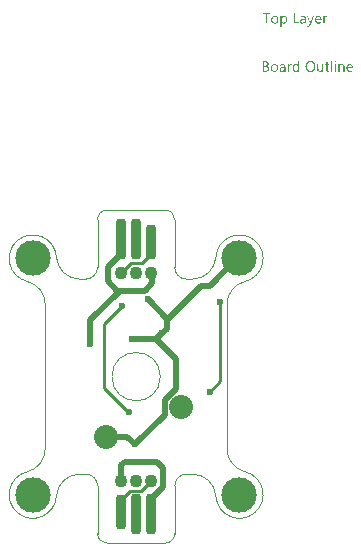
<source format=gtl>
G04*
G04 #@! TF.GenerationSoftware,Altium Limited,Altium Designer,21.8.1 (53)*
G04*
G04 Layer_Physical_Order=1*
G04 Layer_Color=255*
%FSAX25Y25*%
%MOIN*%
G70*
G04*
G04 #@! TF.SameCoordinates,905CEB84-E458-47E2-99EE-E5A9494BEB7C*
G04*
G04*
G04 #@! TF.FilePolarity,Positive*
G04*
G01*
G75*
%ADD10C,0.00394*%
G04:AMPARAMS|DCode=11|XSize=35.43mil|YSize=135.83mil|CornerRadius=13.82mil|HoleSize=0mil|Usage=FLASHONLY|Rotation=0.000|XOffset=0mil|YOffset=0mil|HoleType=Round|Shape=RoundedRectangle|*
%AMROUNDEDRECTD11*
21,1,0.03543,0.10819,0,0,0.0*
21,1,0.00780,0.13583,0,0,0.0*
1,1,0.02764,0.00390,-0.05409*
1,1,0.02764,-0.00390,-0.05409*
1,1,0.02764,-0.00390,0.05409*
1,1,0.02764,0.00390,0.05409*
%
%ADD11ROUNDEDRECTD11*%
G04:AMPARAMS|DCode=12|XSize=35.43mil|YSize=116.14mil|CornerRadius=13.82mil|HoleSize=0mil|Usage=FLASHONLY|Rotation=0.000|XOffset=0mil|YOffset=0mil|HoleType=Round|Shape=RoundedRectangle|*
%AMROUNDEDRECTD12*
21,1,0.03543,0.08850,0,0,0.0*
21,1,0.00780,0.11614,0,0,0.0*
1,1,0.02764,0.00390,-0.04425*
1,1,0.02764,-0.00390,-0.04425*
1,1,0.02764,-0.00390,0.04425*
1,1,0.02764,0.00390,0.04425*
%
%ADD12ROUNDEDRECTD12*%
%ADD15C,0.04331*%
%ADD17C,0.01968*%
%ADD18C,0.00984*%
%ADD19C,0.00787*%
%ADD20C,0.08000*%
%ADD21C,0.11811*%
%ADD22C,0.02362*%
G36*
X0049467Y0152761D02*
X0049510Y0152754D01*
X0049553Y0152748D01*
X0049665Y0152724D01*
X0049789Y0152686D01*
X0049912Y0152624D01*
X0049974Y0152587D01*
X0050036Y0152538D01*
X0050092Y0152488D01*
X0050148Y0152426D01*
X0050154Y0152420D01*
X0050160Y0152414D01*
X0050172Y0152389D01*
X0050191Y0152365D01*
X0050209Y0152334D01*
X0050234Y0152290D01*
X0050259Y0152241D01*
X0050284Y0152191D01*
X0050309Y0152129D01*
X0050333Y0152061D01*
X0050358Y0151987D01*
X0050377Y0151907D01*
X0050408Y0151727D01*
X0050420Y0151628D01*
Y0151523D01*
Y0151516D01*
Y0151498D01*
Y0151461D01*
X0050414Y0151418D01*
Y0151368D01*
X0050401Y0151306D01*
X0050395Y0151238D01*
X0050383Y0151164D01*
X0050346Y0151003D01*
X0050290Y0150836D01*
X0050253Y0150755D01*
X0050216Y0150675D01*
X0050166Y0150594D01*
X0050111Y0150520D01*
X0050104Y0150514D01*
X0050098Y0150501D01*
X0050080Y0150483D01*
X0050055Y0150464D01*
X0050024Y0150433D01*
X0049987Y0150402D01*
X0049943Y0150365D01*
X0049894Y0150334D01*
X0049838Y0150297D01*
X0049776Y0150260D01*
X0049628Y0150204D01*
X0049547Y0150180D01*
X0049467Y0150161D01*
X0049374Y0150148D01*
X0049275Y0150142D01*
X0049225D01*
X0049194Y0150148D01*
X0049151Y0150155D01*
X0049108Y0150167D01*
X0048996Y0150192D01*
X0048879Y0150241D01*
X0048811Y0150278D01*
X0048749Y0150316D01*
X0048687Y0150365D01*
X0048631Y0150421D01*
X0048569Y0150483D01*
X0048520Y0150557D01*
X0048507D01*
Y0149047D01*
X0048105D01*
Y0152711D01*
X0048507D01*
Y0152266D01*
X0048520D01*
X0048526Y0152272D01*
X0048532Y0152290D01*
X0048551Y0152315D01*
X0048575Y0152346D01*
X0048606Y0152383D01*
X0048643Y0152426D01*
X0048687Y0152470D01*
X0048742Y0152519D01*
X0048798Y0152563D01*
X0048860Y0152606D01*
X0048934Y0152649D01*
X0049009Y0152686D01*
X0049095Y0152724D01*
X0049188Y0152748D01*
X0049281Y0152761D01*
X0049386Y0152767D01*
X0049436D01*
X0049467Y0152761D01*
D02*
G37*
G36*
X0063580Y0152748D02*
X0063654Y0152742D01*
X0063697Y0152730D01*
X0063728Y0152717D01*
Y0152303D01*
X0063722Y0152309D01*
X0063710Y0152315D01*
X0063685Y0152327D01*
X0063654Y0152346D01*
X0063611Y0152358D01*
X0063555Y0152371D01*
X0063493Y0152377D01*
X0063425Y0152383D01*
X0063413D01*
X0063382Y0152377D01*
X0063332Y0152371D01*
X0063277Y0152352D01*
X0063202Y0152321D01*
X0063134Y0152278D01*
X0063060Y0152216D01*
X0062992Y0152136D01*
X0062986Y0152123D01*
X0062967Y0152092D01*
X0062936Y0152036D01*
X0062905Y0151962D01*
X0062874Y0151869D01*
X0062843Y0151752D01*
X0062825Y0151622D01*
X0062818Y0151473D01*
Y0150198D01*
X0062416D01*
Y0152711D01*
X0062818D01*
Y0152191D01*
X0062831D01*
Y0152197D01*
X0062837Y0152204D01*
X0062849Y0152235D01*
X0062868Y0152284D01*
X0062899Y0152346D01*
X0062930Y0152408D01*
X0062980Y0152476D01*
X0063029Y0152544D01*
X0063091Y0152606D01*
X0063097Y0152612D01*
X0063122Y0152631D01*
X0063159Y0152655D01*
X0063209Y0152680D01*
X0063264Y0152705D01*
X0063332Y0152730D01*
X0063407Y0152748D01*
X0063487Y0152754D01*
X0063543D01*
X0063580Y0152748D01*
D02*
G37*
G36*
X0058201Y0149796D02*
X0058195Y0149790D01*
X0058188Y0149765D01*
X0058170Y0149721D01*
X0058145Y0149672D01*
X0058114Y0149616D01*
X0058071Y0149548D01*
X0058027Y0149480D01*
X0057978Y0149406D01*
X0057916Y0149331D01*
X0057854Y0149263D01*
X0057780Y0149195D01*
X0057699Y0149140D01*
X0057619Y0149090D01*
X0057526Y0149047D01*
X0057433Y0149022D01*
X0057328Y0149016D01*
X0057272D01*
X0057235Y0149022D01*
X0057155Y0149034D01*
X0057068Y0149053D01*
Y0149412D01*
X0057074D01*
X0057093Y0149406D01*
X0057117Y0149399D01*
X0057148Y0149393D01*
X0057223Y0149375D01*
X0057303Y0149369D01*
X0057316D01*
X0057353Y0149375D01*
X0057408Y0149387D01*
X0057477Y0149412D01*
X0057551Y0149455D01*
X0057588Y0149486D01*
X0057625Y0149523D01*
X0057662Y0149560D01*
X0057699Y0149610D01*
X0057730Y0149666D01*
X0057761Y0149728D01*
X0057966Y0150198D01*
X0056981Y0152711D01*
X0057427D01*
X0058108Y0150774D01*
Y0150768D01*
X0058114Y0150755D01*
X0058120Y0150737D01*
X0058126Y0150712D01*
X0058133Y0150675D01*
X0058145Y0150637D01*
X0058157Y0150582D01*
X0058176D01*
Y0150594D01*
X0058188Y0150631D01*
X0058201Y0150687D01*
X0058226Y0150768D01*
X0058937Y0152711D01*
X0059352D01*
X0058201Y0149796D01*
D02*
G37*
G36*
X0055793Y0152761D02*
X0055849Y0152754D01*
X0055917Y0152736D01*
X0055991Y0152717D01*
X0056071Y0152686D01*
X0056158Y0152649D01*
X0056239Y0152600D01*
X0056319Y0152538D01*
X0056393Y0152464D01*
X0056461Y0152371D01*
X0056517Y0152266D01*
X0056560Y0152142D01*
X0056585Y0151999D01*
X0056598Y0151832D01*
Y0150198D01*
X0056195D01*
Y0150588D01*
X0056183D01*
Y0150582D01*
X0056170Y0150569D01*
X0056158Y0150545D01*
X0056133Y0150520D01*
X0056071Y0150446D01*
X0055991Y0150365D01*
X0055879Y0150285D01*
X0055749Y0150210D01*
X0055669Y0150186D01*
X0055589Y0150161D01*
X0055502Y0150148D01*
X0055409Y0150142D01*
X0055372D01*
X0055347Y0150148D01*
X0055279Y0150155D01*
X0055199Y0150167D01*
X0055100Y0150192D01*
X0055007Y0150223D01*
X0054908Y0150272D01*
X0054821Y0150334D01*
X0054815Y0150347D01*
X0054790Y0150371D01*
X0054753Y0150415D01*
X0054716Y0150477D01*
X0054679Y0150551D01*
X0054641Y0150637D01*
X0054617Y0150743D01*
X0054611Y0150860D01*
Y0150867D01*
Y0150891D01*
X0054617Y0150928D01*
X0054623Y0150972D01*
X0054635Y0151028D01*
X0054654Y0151089D01*
X0054679Y0151157D01*
X0054716Y0151226D01*
X0054759Y0151300D01*
X0054815Y0151374D01*
X0054883Y0151442D01*
X0054963Y0151504D01*
X0055056Y0151566D01*
X0055168Y0151616D01*
X0055291Y0151653D01*
X0055440Y0151684D01*
X0056195Y0151789D01*
Y0151795D01*
Y0151814D01*
X0056189Y0151851D01*
Y0151888D01*
X0056177Y0151937D01*
X0056170Y0151993D01*
X0056133Y0152111D01*
X0056102Y0152166D01*
X0056071Y0152222D01*
X0056028Y0152278D01*
X0055979Y0152327D01*
X0055917Y0152371D01*
X0055849Y0152402D01*
X0055768Y0152420D01*
X0055675Y0152426D01*
X0055632D01*
X0055601Y0152420D01*
X0055558D01*
X0055514Y0152408D01*
X0055403Y0152389D01*
X0055279Y0152352D01*
X0055143Y0152296D01*
X0055069Y0152259D01*
X0055001Y0152222D01*
X0054926Y0152173D01*
X0054858Y0152117D01*
Y0152532D01*
X0054864D01*
X0054877Y0152544D01*
X0054895Y0152556D01*
X0054926Y0152569D01*
X0054957Y0152587D01*
X0055001Y0152606D01*
X0055050Y0152624D01*
X0055106Y0152649D01*
X0055230Y0152693D01*
X0055378Y0152730D01*
X0055539Y0152754D01*
X0055712Y0152767D01*
X0055749D01*
X0055793Y0152761D01*
D02*
G37*
G36*
X0052902Y0150569D02*
X0054313D01*
Y0150198D01*
X0052487D01*
Y0153714D01*
X0052902D01*
Y0150569D01*
D02*
G37*
G36*
X0044663Y0153343D02*
X0043648D01*
Y0150198D01*
X0043240D01*
Y0153343D01*
X0042224D01*
Y0153714D01*
X0044663D01*
Y0153343D01*
D02*
G37*
G36*
X0060856Y0152761D02*
X0060900Y0152754D01*
X0060943Y0152748D01*
X0061054Y0152730D01*
X0061178Y0152686D01*
X0061302Y0152631D01*
X0061364Y0152594D01*
X0061426Y0152550D01*
X0061481Y0152501D01*
X0061537Y0152445D01*
X0061543Y0152439D01*
X0061550Y0152433D01*
X0061562Y0152414D01*
X0061580Y0152389D01*
X0061599Y0152352D01*
X0061624Y0152315D01*
X0061649Y0152272D01*
X0061673Y0152216D01*
X0061698Y0152154D01*
X0061723Y0152092D01*
X0061748Y0152018D01*
X0061766Y0151937D01*
X0061785Y0151851D01*
X0061797Y0151764D01*
X0061810Y0151665D01*
Y0151560D01*
Y0151349D01*
X0060033D01*
Y0151343D01*
Y0151331D01*
Y0151312D01*
X0060039Y0151281D01*
X0060045Y0151244D01*
Y0151207D01*
X0060064Y0151108D01*
X0060095Y0151009D01*
X0060132Y0150898D01*
X0060188Y0150792D01*
X0060256Y0150699D01*
X0060268Y0150687D01*
X0060293Y0150662D01*
X0060343Y0150631D01*
X0060411Y0150588D01*
X0060497Y0150545D01*
X0060596Y0150514D01*
X0060714Y0150489D01*
X0060850Y0150477D01*
X0060893D01*
X0060924Y0150483D01*
X0060962D01*
X0061005Y0150489D01*
X0061110Y0150514D01*
X0061228Y0150545D01*
X0061358Y0150594D01*
X0061494Y0150662D01*
X0061562Y0150706D01*
X0061630Y0150755D01*
Y0150378D01*
X0061624D01*
X0061618Y0150365D01*
X0061599Y0150359D01*
X0061568Y0150340D01*
X0061537Y0150322D01*
X0061500Y0150303D01*
X0061450Y0150285D01*
X0061401Y0150260D01*
X0061339Y0150235D01*
X0061271Y0150217D01*
X0061123Y0150180D01*
X0060949Y0150155D01*
X0060757Y0150142D01*
X0060708D01*
X0060671Y0150148D01*
X0060627Y0150155D01*
X0060572Y0150161D01*
X0060454Y0150186D01*
X0060318Y0150223D01*
X0060182Y0150285D01*
X0060114Y0150328D01*
X0060045Y0150371D01*
X0059983Y0150421D01*
X0059922Y0150483D01*
X0059915Y0150489D01*
X0059909Y0150501D01*
X0059897Y0150520D01*
X0059872Y0150545D01*
X0059854Y0150582D01*
X0059829Y0150625D01*
X0059798Y0150675D01*
X0059773Y0150730D01*
X0059742Y0150792D01*
X0059717Y0150867D01*
X0059686Y0150947D01*
X0059668Y0151034D01*
X0059649Y0151127D01*
X0059631Y0151226D01*
X0059624Y0151331D01*
X0059618Y0151442D01*
Y0151448D01*
Y0151467D01*
Y0151498D01*
X0059624Y0151541D01*
X0059631Y0151591D01*
X0059637Y0151646D01*
X0059643Y0151715D01*
X0059662Y0151783D01*
X0059699Y0151931D01*
X0059755Y0152092D01*
X0059792Y0152173D01*
X0059841Y0152247D01*
X0059891Y0152327D01*
X0059946Y0152395D01*
X0059953Y0152402D01*
X0059965Y0152414D01*
X0059983Y0152433D01*
X0060008Y0152451D01*
X0060039Y0152482D01*
X0060076Y0152513D01*
X0060126Y0152544D01*
X0060175Y0152581D01*
X0060293Y0152649D01*
X0060435Y0152711D01*
X0060516Y0152730D01*
X0060596Y0152748D01*
X0060683Y0152761D01*
X0060776Y0152767D01*
X0060825D01*
X0060856Y0152761D01*
D02*
G37*
G36*
X0046365D02*
X0046409Y0152754D01*
X0046465Y0152748D01*
X0046588Y0152724D01*
X0046731Y0152680D01*
X0046873Y0152618D01*
X0046947Y0152581D01*
X0047016Y0152538D01*
X0047084Y0152482D01*
X0047145Y0152420D01*
X0047152Y0152414D01*
X0047158Y0152402D01*
X0047176Y0152383D01*
X0047195Y0152358D01*
X0047220Y0152321D01*
X0047245Y0152278D01*
X0047275Y0152228D01*
X0047306Y0152173D01*
X0047331Y0152105D01*
X0047362Y0152036D01*
X0047387Y0151956D01*
X0047412Y0151869D01*
X0047430Y0151777D01*
X0047449Y0151678D01*
X0047455Y0151572D01*
X0047461Y0151461D01*
Y0151455D01*
Y0151436D01*
Y0151405D01*
X0047455Y0151362D01*
X0047449Y0151312D01*
X0047443Y0151250D01*
X0047430Y0151188D01*
X0047418Y0151114D01*
X0047381Y0150966D01*
X0047319Y0150805D01*
X0047282Y0150724D01*
X0047232Y0150644D01*
X0047183Y0150569D01*
X0047121Y0150501D01*
X0047115Y0150495D01*
X0047102Y0150489D01*
X0047084Y0150470D01*
X0047059Y0150446D01*
X0047022Y0150421D01*
X0046984Y0150390D01*
X0046935Y0150353D01*
X0046879Y0150322D01*
X0046817Y0150291D01*
X0046749Y0150254D01*
X0046675Y0150223D01*
X0046595Y0150198D01*
X0046508Y0150173D01*
X0046415Y0150161D01*
X0046316Y0150148D01*
X0046211Y0150142D01*
X0046155D01*
X0046118Y0150148D01*
X0046075Y0150155D01*
X0046019Y0150161D01*
X0045957Y0150173D01*
X0045889Y0150186D01*
X0045746Y0150229D01*
X0045598Y0150291D01*
X0045524Y0150328D01*
X0045456Y0150378D01*
X0045388Y0150427D01*
X0045319Y0150489D01*
X0045313Y0150495D01*
X0045307Y0150507D01*
X0045289Y0150526D01*
X0045270Y0150551D01*
X0045245Y0150588D01*
X0045214Y0150631D01*
X0045183Y0150681D01*
X0045158Y0150737D01*
X0045127Y0150805D01*
X0045097Y0150873D01*
X0045066Y0150947D01*
X0045041Y0151034D01*
X0045004Y0151219D01*
X0044998Y0151318D01*
X0044991Y0151424D01*
Y0151430D01*
Y0151455D01*
Y0151486D01*
X0044998Y0151529D01*
X0045004Y0151578D01*
X0045010Y0151640D01*
X0045022Y0151708D01*
X0045035Y0151783D01*
X0045072Y0151944D01*
X0045134Y0152105D01*
X0045177Y0152185D01*
X0045220Y0152266D01*
X0045270Y0152340D01*
X0045332Y0152408D01*
X0045338Y0152414D01*
X0045350Y0152426D01*
X0045369Y0152439D01*
X0045394Y0152464D01*
X0045431Y0152488D01*
X0045474Y0152519D01*
X0045524Y0152556D01*
X0045579Y0152587D01*
X0045641Y0152618D01*
X0045716Y0152655D01*
X0045790Y0152686D01*
X0045877Y0152711D01*
X0045963Y0152736D01*
X0046062Y0152754D01*
X0046167Y0152761D01*
X0046273Y0152767D01*
X0046328D01*
X0046365Y0152761D01*
D02*
G37*
G36*
X0066434Y0137775D02*
X0066458D01*
X0066514Y0137751D01*
X0066545Y0137732D01*
X0066576Y0137707D01*
X0066582Y0137701D01*
X0066588Y0137695D01*
X0066619Y0137658D01*
X0066644Y0137596D01*
X0066650Y0137559D01*
X0066656Y0137522D01*
Y0137515D01*
Y0137503D01*
X0066650Y0137484D01*
X0066644Y0137460D01*
X0066625Y0137398D01*
X0066601Y0137367D01*
X0066576Y0137336D01*
X0066570D01*
X0066563Y0137323D01*
X0066526Y0137299D01*
X0066471Y0137274D01*
X0066434Y0137268D01*
X0066396Y0137262D01*
X0066378D01*
X0066359Y0137268D01*
X0066334D01*
X0066273Y0137293D01*
X0066242Y0137305D01*
X0066211Y0137330D01*
Y0137336D01*
X0066198Y0137342D01*
X0066186Y0137361D01*
X0066173Y0137379D01*
X0066149Y0137441D01*
X0066143Y0137478D01*
X0066136Y0137522D01*
Y0137528D01*
Y0137540D01*
X0066143Y0137559D01*
X0066149Y0137590D01*
X0066167Y0137645D01*
X0066186Y0137676D01*
X0066211Y0137707D01*
X0066217Y0137713D01*
X0066223Y0137720D01*
X0066260Y0137744D01*
X0066322Y0137769D01*
X0066359Y0137782D01*
X0066415D01*
X0066434Y0137775D01*
D02*
G37*
G36*
X0054444Y0134111D02*
X0054041D01*
Y0134532D01*
X0054029D01*
Y0134526D01*
X0054016Y0134513D01*
X0053998Y0134488D01*
X0053979Y0134458D01*
X0053948Y0134420D01*
X0053911Y0134383D01*
X0053868Y0134340D01*
X0053818Y0134297D01*
X0053763Y0134247D01*
X0053694Y0134204D01*
X0053626Y0134167D01*
X0053546Y0134129D01*
X0053465Y0134098D01*
X0053373Y0134074D01*
X0053274Y0134061D01*
X0053168Y0134055D01*
X0053125D01*
X0053088Y0134061D01*
X0053051Y0134067D01*
X0053001Y0134074D01*
X0052896Y0134098D01*
X0052772Y0134136D01*
X0052648Y0134197D01*
X0052580Y0134235D01*
X0052525Y0134278D01*
X0052463Y0134334D01*
X0052407Y0134389D01*
Y0134396D01*
X0052395Y0134408D01*
X0052382Y0134426D01*
X0052364Y0134451D01*
X0052345Y0134482D01*
X0052320Y0134526D01*
X0052296Y0134575D01*
X0052271Y0134631D01*
X0052240Y0134693D01*
X0052215Y0134761D01*
X0052190Y0134835D01*
X0052172Y0134915D01*
X0052153Y0135002D01*
X0052141Y0135101D01*
X0052135Y0135200D01*
X0052128Y0135306D01*
Y0135312D01*
Y0135330D01*
Y0135367D01*
X0052135Y0135411D01*
X0052141Y0135460D01*
X0052147Y0135522D01*
X0052153Y0135590D01*
X0052166Y0135664D01*
X0052203Y0135826D01*
X0052258Y0135993D01*
X0052296Y0136073D01*
X0052339Y0136153D01*
X0052382Y0136228D01*
X0052438Y0136302D01*
X0052444Y0136308D01*
X0052450Y0136321D01*
X0052469Y0136339D01*
X0052494Y0136364D01*
X0052525Y0136389D01*
X0052568Y0136420D01*
X0052611Y0136457D01*
X0052661Y0136494D01*
X0052785Y0136562D01*
X0052927Y0136624D01*
X0053007Y0136643D01*
X0053094Y0136661D01*
X0053181Y0136673D01*
X0053280Y0136680D01*
X0053329D01*
X0053366Y0136673D01*
X0053404Y0136667D01*
X0053453Y0136661D01*
X0053565Y0136630D01*
X0053688Y0136581D01*
X0053750Y0136550D01*
X0053812Y0136506D01*
X0053874Y0136463D01*
X0053930Y0136407D01*
X0053979Y0136345D01*
X0054029Y0136271D01*
X0054041D01*
Y0137831D01*
X0054444D01*
Y0134111D01*
D02*
G37*
G36*
X0068711Y0136673D02*
X0068786Y0136667D01*
X0068879Y0136649D01*
X0068978Y0136618D01*
X0069083Y0136568D01*
X0069188Y0136500D01*
X0069231Y0136463D01*
X0069275Y0136414D01*
X0069287Y0136401D01*
X0069312Y0136364D01*
X0069343Y0136302D01*
X0069386Y0136215D01*
X0069423Y0136110D01*
X0069460Y0135980D01*
X0069485Y0135826D01*
X0069491Y0135646D01*
Y0134111D01*
X0069089D01*
Y0135541D01*
Y0135547D01*
Y0135578D01*
X0069083Y0135615D01*
Y0135664D01*
X0069070Y0135726D01*
X0069058Y0135794D01*
X0069039Y0135869D01*
X0069015Y0135943D01*
X0068984Y0136017D01*
X0068947Y0136085D01*
X0068897Y0136153D01*
X0068841Y0136215D01*
X0068779Y0136265D01*
X0068699Y0136302D01*
X0068612Y0136333D01*
X0068507Y0136339D01*
X0068495D01*
X0068458Y0136333D01*
X0068402Y0136327D01*
X0068334Y0136308D01*
X0068253Y0136284D01*
X0068167Y0136240D01*
X0068086Y0136185D01*
X0068006Y0136110D01*
X0068000Y0136098D01*
X0067975Y0136073D01*
X0067944Y0136024D01*
X0067907Y0135956D01*
X0067870Y0135875D01*
X0067839Y0135776D01*
X0067814Y0135664D01*
X0067808Y0135541D01*
Y0134111D01*
X0067405D01*
Y0136624D01*
X0067808D01*
Y0136203D01*
X0067820D01*
X0067826Y0136209D01*
X0067832Y0136222D01*
X0067851Y0136246D01*
X0067876Y0136277D01*
X0067901Y0136314D01*
X0067938Y0136352D01*
X0067981Y0136395D01*
X0068031Y0136444D01*
X0068086Y0136488D01*
X0068148Y0136531D01*
X0068216Y0136568D01*
X0068291Y0136605D01*
X0068365Y0136636D01*
X0068451Y0136661D01*
X0068544Y0136673D01*
X0068643Y0136680D01*
X0068681D01*
X0068711Y0136673D01*
D02*
G37*
G36*
X0051714Y0136661D02*
X0051788Y0136655D01*
X0051831Y0136643D01*
X0051862Y0136630D01*
Y0136215D01*
X0051856Y0136222D01*
X0051844Y0136228D01*
X0051819Y0136240D01*
X0051788Y0136259D01*
X0051745Y0136271D01*
X0051689Y0136284D01*
X0051627Y0136290D01*
X0051559Y0136296D01*
X0051547D01*
X0051516Y0136290D01*
X0051466Y0136284D01*
X0051410Y0136265D01*
X0051336Y0136234D01*
X0051268Y0136191D01*
X0051194Y0136129D01*
X0051126Y0136048D01*
X0051119Y0136036D01*
X0051101Y0136005D01*
X0051070Y0135949D01*
X0051039Y0135875D01*
X0051008Y0135782D01*
X0050977Y0135664D01*
X0050959Y0135535D01*
X0050952Y0135386D01*
Y0134111D01*
X0050550D01*
Y0136624D01*
X0050952D01*
Y0136104D01*
X0050965D01*
Y0136110D01*
X0050971Y0136116D01*
X0050983Y0136147D01*
X0051002Y0136197D01*
X0051033Y0136259D01*
X0051064Y0136321D01*
X0051113Y0136389D01*
X0051163Y0136457D01*
X0051225Y0136519D01*
X0051231Y0136525D01*
X0051256Y0136544D01*
X0051293Y0136568D01*
X0051342Y0136593D01*
X0051398Y0136618D01*
X0051466Y0136643D01*
X0051540Y0136661D01*
X0051621Y0136667D01*
X0051676D01*
X0051714Y0136661D01*
D02*
G37*
G36*
X0062453Y0134111D02*
X0062051D01*
Y0134507D01*
X0062039D01*
Y0134501D01*
X0062026Y0134488D01*
X0062014Y0134464D01*
X0061989Y0134439D01*
X0061933Y0134365D01*
X0061847Y0134284D01*
X0061797Y0134241D01*
X0061742Y0134197D01*
X0061680Y0134160D01*
X0061605Y0134123D01*
X0061531Y0134098D01*
X0061450Y0134074D01*
X0061358Y0134061D01*
X0061265Y0134055D01*
X0061228D01*
X0061184Y0134061D01*
X0061123Y0134074D01*
X0061054Y0134086D01*
X0060980Y0134111D01*
X0060900Y0134142D01*
X0060819Y0134191D01*
X0060733Y0134247D01*
X0060652Y0134315D01*
X0060578Y0134402D01*
X0060510Y0134507D01*
X0060448Y0134625D01*
X0060404Y0134767D01*
X0060380Y0134934D01*
X0060367Y0135021D01*
Y0135120D01*
Y0136624D01*
X0060764D01*
Y0135182D01*
Y0135176D01*
Y0135151D01*
X0060770Y0135107D01*
X0060776Y0135058D01*
X0060782Y0134996D01*
X0060794Y0134934D01*
X0060813Y0134860D01*
X0060838Y0134785D01*
X0060875Y0134711D01*
X0060912Y0134643D01*
X0060962Y0134575D01*
X0061023Y0134513D01*
X0061092Y0134464D01*
X0061172Y0134426D01*
X0061271Y0134396D01*
X0061376Y0134389D01*
X0061389D01*
X0061426Y0134396D01*
X0061481Y0134402D01*
X0061543Y0134414D01*
X0061624Y0134445D01*
X0061704Y0134482D01*
X0061785Y0134532D01*
X0061859Y0134606D01*
X0061865Y0134618D01*
X0061890Y0134643D01*
X0061921Y0134693D01*
X0061958Y0134761D01*
X0061989Y0134841D01*
X0062020Y0134940D01*
X0062045Y0135052D01*
X0062051Y0135176D01*
Y0136624D01*
X0062453D01*
Y0134111D01*
D02*
G37*
G36*
X0066588D02*
X0066186D01*
Y0136624D01*
X0066588D01*
Y0134111D01*
D02*
G37*
G36*
X0065369D02*
X0064966D01*
Y0137831D01*
X0065369D01*
Y0134111D01*
D02*
G37*
G36*
X0048990Y0136673D02*
X0049046Y0136667D01*
X0049114Y0136649D01*
X0049188Y0136630D01*
X0049269Y0136599D01*
X0049355Y0136562D01*
X0049436Y0136513D01*
X0049516Y0136451D01*
X0049591Y0136376D01*
X0049659Y0136284D01*
X0049714Y0136178D01*
X0049758Y0136055D01*
X0049782Y0135912D01*
X0049795Y0135745D01*
Y0134111D01*
X0049392D01*
Y0134501D01*
X0049380D01*
Y0134495D01*
X0049368Y0134482D01*
X0049355Y0134458D01*
X0049330Y0134433D01*
X0049269Y0134358D01*
X0049188Y0134278D01*
X0049077Y0134197D01*
X0048947Y0134123D01*
X0048866Y0134098D01*
X0048786Y0134074D01*
X0048699Y0134061D01*
X0048606Y0134055D01*
X0048569D01*
X0048544Y0134061D01*
X0048476Y0134067D01*
X0048396Y0134080D01*
X0048297Y0134105D01*
X0048204Y0134136D01*
X0048105Y0134185D01*
X0048018Y0134247D01*
X0048012Y0134259D01*
X0047987Y0134284D01*
X0047950Y0134327D01*
X0047913Y0134389D01*
X0047876Y0134464D01*
X0047839Y0134550D01*
X0047814Y0134656D01*
X0047808Y0134773D01*
Y0134779D01*
Y0134804D01*
X0047814Y0134841D01*
X0047820Y0134885D01*
X0047833Y0134940D01*
X0047851Y0135002D01*
X0047876Y0135070D01*
X0047913Y0135138D01*
X0047956Y0135213D01*
X0048012Y0135287D01*
X0048080Y0135355D01*
X0048161Y0135417D01*
X0048254Y0135479D01*
X0048365Y0135528D01*
X0048489Y0135565D01*
X0048637Y0135596D01*
X0049392Y0135702D01*
Y0135708D01*
Y0135726D01*
X0049386Y0135764D01*
Y0135801D01*
X0049374Y0135850D01*
X0049368Y0135906D01*
X0049330Y0136024D01*
X0049300Y0136079D01*
X0049269Y0136135D01*
X0049225Y0136191D01*
X0049176Y0136240D01*
X0049114Y0136284D01*
X0049046Y0136314D01*
X0048965Y0136333D01*
X0048873Y0136339D01*
X0048829D01*
X0048798Y0136333D01*
X0048755D01*
X0048711Y0136321D01*
X0048600Y0136302D01*
X0048476Y0136265D01*
X0048340Y0136209D01*
X0048266Y0136172D01*
X0048198Y0136135D01*
X0048123Y0136085D01*
X0048055Y0136030D01*
Y0136444D01*
X0048062D01*
X0048074Y0136457D01*
X0048092Y0136469D01*
X0048123Y0136482D01*
X0048154Y0136500D01*
X0048198Y0136519D01*
X0048247Y0136537D01*
X0048303Y0136562D01*
X0048427Y0136605D01*
X0048575Y0136643D01*
X0048736Y0136667D01*
X0048910Y0136680D01*
X0048947D01*
X0048990Y0136673D01*
D02*
G37*
G36*
X0043301Y0137621D02*
X0043345D01*
X0043388Y0137614D01*
X0043487Y0137602D01*
X0043605Y0137571D01*
X0043729Y0137534D01*
X0043846Y0137478D01*
X0043951Y0137404D01*
X0043958D01*
X0043964Y0137391D01*
X0043995Y0137367D01*
X0044038Y0137317D01*
X0044088Y0137249D01*
X0044131Y0137162D01*
X0044174Y0137064D01*
X0044205Y0136952D01*
X0044218Y0136890D01*
Y0136822D01*
Y0136816D01*
Y0136810D01*
Y0136773D01*
X0044211Y0136717D01*
X0044199Y0136649D01*
X0044180Y0136562D01*
X0044150Y0136475D01*
X0044112Y0136389D01*
X0044057Y0136302D01*
X0044050Y0136290D01*
X0044026Y0136265D01*
X0043988Y0136228D01*
X0043939Y0136178D01*
X0043877Y0136129D01*
X0043803Y0136073D01*
X0043710Y0136030D01*
X0043611Y0135986D01*
Y0135980D01*
X0043630D01*
X0043648Y0135974D01*
X0043667Y0135968D01*
X0043735Y0135956D01*
X0043815Y0135931D01*
X0043902Y0135894D01*
X0043995Y0135850D01*
X0044088Y0135788D01*
X0044174Y0135708D01*
X0044187Y0135696D01*
X0044211Y0135664D01*
X0044242Y0135621D01*
X0044286Y0135553D01*
X0044323Y0135467D01*
X0044360Y0135367D01*
X0044385Y0135250D01*
X0044391Y0135120D01*
Y0135114D01*
Y0135101D01*
Y0135076D01*
X0044385Y0135046D01*
X0044379Y0135008D01*
X0044372Y0134965D01*
X0044348Y0134860D01*
X0044310Y0134742D01*
X0044255Y0134618D01*
X0044218Y0134563D01*
X0044174Y0134501D01*
X0044118Y0134445D01*
X0044063Y0134389D01*
X0044057D01*
X0044050Y0134377D01*
X0044032Y0134365D01*
X0044007Y0134346D01*
X0043976Y0134327D01*
X0043933Y0134303D01*
X0043840Y0134253D01*
X0043722Y0134197D01*
X0043586Y0134154D01*
X0043425Y0134123D01*
X0043345Y0134117D01*
X0043252Y0134111D01*
X0042224D01*
Y0137627D01*
X0043270D01*
X0043301Y0137621D01*
D02*
G37*
G36*
X0063797Y0136624D02*
X0064434D01*
Y0136277D01*
X0063797D01*
Y0134860D01*
Y0134847D01*
Y0134817D01*
X0063803Y0134773D01*
X0063809Y0134718D01*
X0063834Y0134600D01*
X0063852Y0134544D01*
X0063883Y0134501D01*
X0063889Y0134495D01*
X0063902Y0134482D01*
X0063920Y0134470D01*
X0063951Y0134451D01*
X0063988Y0134426D01*
X0064038Y0134414D01*
X0064100Y0134402D01*
X0064168Y0134396D01*
X0064193D01*
X0064224Y0134402D01*
X0064261Y0134408D01*
X0064347Y0134433D01*
X0064391Y0134451D01*
X0064434Y0134476D01*
Y0134129D01*
X0064428D01*
X0064409Y0134117D01*
X0064378Y0134111D01*
X0064335Y0134098D01*
X0064279Y0134086D01*
X0064218Y0134074D01*
X0064143Y0134067D01*
X0064056Y0134061D01*
X0064026D01*
X0063995Y0134067D01*
X0063951Y0134074D01*
X0063902Y0134086D01*
X0063846Y0134098D01*
X0063790Y0134123D01*
X0063728Y0134154D01*
X0063667Y0134191D01*
X0063605Y0134241D01*
X0063549Y0134297D01*
X0063499Y0134371D01*
X0063456Y0134451D01*
X0063425Y0134550D01*
X0063400Y0134662D01*
X0063394Y0134792D01*
Y0136277D01*
X0062967D01*
Y0136624D01*
X0063394D01*
Y0137237D01*
X0063797Y0137367D01*
Y0136624D01*
D02*
G37*
G36*
X0071324Y0136673D02*
X0071367Y0136667D01*
X0071410Y0136661D01*
X0071522Y0136643D01*
X0071645Y0136599D01*
X0071769Y0136544D01*
X0071831Y0136506D01*
X0071893Y0136463D01*
X0071949Y0136414D01*
X0072004Y0136358D01*
X0072011Y0136352D01*
X0072017Y0136345D01*
X0072029Y0136327D01*
X0072048Y0136302D01*
X0072066Y0136265D01*
X0072091Y0136228D01*
X0072116Y0136185D01*
X0072141Y0136129D01*
X0072165Y0136067D01*
X0072190Y0136005D01*
X0072215Y0135931D01*
X0072233Y0135850D01*
X0072252Y0135764D01*
X0072264Y0135677D01*
X0072277Y0135578D01*
Y0135473D01*
Y0135262D01*
X0070500D01*
Y0135256D01*
Y0135244D01*
Y0135225D01*
X0070507Y0135194D01*
X0070513Y0135157D01*
Y0135120D01*
X0070531Y0135021D01*
X0070562Y0134922D01*
X0070599Y0134810D01*
X0070655Y0134705D01*
X0070723Y0134612D01*
X0070736Y0134600D01*
X0070760Y0134575D01*
X0070810Y0134544D01*
X0070878Y0134501D01*
X0070965Y0134458D01*
X0071064Y0134426D01*
X0071181Y0134402D01*
X0071317Y0134389D01*
X0071361D01*
X0071392Y0134396D01*
X0071429D01*
X0071472Y0134402D01*
X0071577Y0134426D01*
X0071695Y0134458D01*
X0071825Y0134507D01*
X0071961Y0134575D01*
X0072029Y0134618D01*
X0072097Y0134668D01*
Y0134290D01*
X0072091D01*
X0072085Y0134278D01*
X0072066Y0134272D01*
X0072035Y0134253D01*
X0072004Y0134235D01*
X0071967Y0134216D01*
X0071918Y0134197D01*
X0071868Y0134173D01*
X0071806Y0134148D01*
X0071738Y0134129D01*
X0071590Y0134092D01*
X0071416Y0134067D01*
X0071224Y0134055D01*
X0071175D01*
X0071138Y0134061D01*
X0071095Y0134067D01*
X0071039Y0134074D01*
X0070921Y0134098D01*
X0070785Y0134136D01*
X0070649Y0134197D01*
X0070581Y0134241D01*
X0070513Y0134284D01*
X0070451Y0134334D01*
X0070389Y0134396D01*
X0070383Y0134402D01*
X0070376Y0134414D01*
X0070364Y0134433D01*
X0070339Y0134458D01*
X0070321Y0134495D01*
X0070296Y0134538D01*
X0070265Y0134588D01*
X0070240Y0134643D01*
X0070209Y0134705D01*
X0070185Y0134779D01*
X0070154Y0134860D01*
X0070135Y0134947D01*
X0070117Y0135039D01*
X0070098Y0135138D01*
X0070092Y0135244D01*
X0070086Y0135355D01*
Y0135361D01*
Y0135380D01*
Y0135411D01*
X0070092Y0135454D01*
X0070098Y0135504D01*
X0070104Y0135559D01*
X0070110Y0135627D01*
X0070129Y0135696D01*
X0070166Y0135844D01*
X0070222Y0136005D01*
X0070259Y0136085D01*
X0070308Y0136160D01*
X0070358Y0136240D01*
X0070414Y0136308D01*
X0070420Y0136314D01*
X0070432Y0136327D01*
X0070451Y0136345D01*
X0070476Y0136364D01*
X0070507Y0136395D01*
X0070544Y0136426D01*
X0070593Y0136457D01*
X0070643Y0136494D01*
X0070760Y0136562D01*
X0070903Y0136624D01*
X0070983Y0136643D01*
X0071064Y0136661D01*
X0071150Y0136673D01*
X0071243Y0136680D01*
X0071293D01*
X0071324Y0136673D01*
D02*
G37*
G36*
X0058281Y0137682D02*
X0058343Y0137676D01*
X0058417Y0137664D01*
X0058498Y0137645D01*
X0058585Y0137627D01*
X0058671Y0137602D01*
X0058770Y0137571D01*
X0058863Y0137528D01*
X0058962Y0137478D01*
X0059061Y0137423D01*
X0059154Y0137354D01*
X0059247Y0137280D01*
X0059334Y0137194D01*
X0059340Y0137187D01*
X0059352Y0137169D01*
X0059377Y0137144D01*
X0059402Y0137107D01*
X0059439Y0137057D01*
X0059476Y0136995D01*
X0059513Y0136927D01*
X0059556Y0136853D01*
X0059600Y0136760D01*
X0059637Y0136667D01*
X0059674Y0136562D01*
X0059711Y0136444D01*
X0059736Y0136327D01*
X0059761Y0136197D01*
X0059773Y0136055D01*
X0059779Y0135912D01*
Y0135900D01*
Y0135875D01*
Y0135832D01*
X0059773Y0135770D01*
X0059767Y0135696D01*
X0059755Y0135615D01*
X0059742Y0135522D01*
X0059724Y0135417D01*
X0059699Y0135312D01*
X0059668Y0135200D01*
X0059631Y0135089D01*
X0059587Y0134977D01*
X0059532Y0134860D01*
X0059470Y0134755D01*
X0059402Y0134649D01*
X0059321Y0134550D01*
X0059315Y0134544D01*
X0059303Y0134532D01*
X0059272Y0134507D01*
X0059241Y0134476D01*
X0059191Y0134433D01*
X0059136Y0134396D01*
X0059074Y0134346D01*
X0058999Y0134303D01*
X0058919Y0134259D01*
X0058826Y0134210D01*
X0058727Y0134173D01*
X0058615Y0134136D01*
X0058498Y0134098D01*
X0058374Y0134074D01*
X0058244Y0134061D01*
X0058102Y0134055D01*
X0058071D01*
X0058027Y0134061D01*
X0057978D01*
X0057916Y0134067D01*
X0057842Y0134080D01*
X0057761Y0134098D01*
X0057668Y0134117D01*
X0057576Y0134142D01*
X0057477Y0134173D01*
X0057377Y0134216D01*
X0057279Y0134259D01*
X0057179Y0134315D01*
X0057080Y0134383D01*
X0056988Y0134458D01*
X0056901Y0134544D01*
X0056895Y0134550D01*
X0056882Y0134569D01*
X0056858Y0134594D01*
X0056833Y0134631D01*
X0056796Y0134680D01*
X0056758Y0134742D01*
X0056721Y0134810D01*
X0056678Y0134891D01*
X0056635Y0134977D01*
X0056598Y0135070D01*
X0056560Y0135176D01*
X0056523Y0135293D01*
X0056498Y0135411D01*
X0056474Y0135541D01*
X0056461Y0135683D01*
X0056455Y0135826D01*
Y0135838D01*
Y0135863D01*
X0056461Y0135906D01*
Y0135968D01*
X0056468Y0136036D01*
X0056480Y0136123D01*
X0056492Y0136215D01*
X0056511Y0136314D01*
X0056536Y0136420D01*
X0056567Y0136531D01*
X0056604Y0136643D01*
X0056647Y0136754D01*
X0056703Y0136865D01*
X0056765Y0136977D01*
X0056833Y0137082D01*
X0056913Y0137181D01*
X0056919Y0137187D01*
X0056932Y0137206D01*
X0056963Y0137231D01*
X0057000Y0137262D01*
X0057043Y0137299D01*
X0057099Y0137342D01*
X0057167Y0137385D01*
X0057241Y0137435D01*
X0057328Y0137484D01*
X0057421Y0137528D01*
X0057520Y0137571D01*
X0057631Y0137608D01*
X0057755Y0137639D01*
X0057885Y0137670D01*
X0058021Y0137682D01*
X0058164Y0137689D01*
X0058232D01*
X0058281Y0137682D01*
D02*
G37*
G36*
X0046254Y0136673D02*
X0046297Y0136667D01*
X0046353Y0136661D01*
X0046477Y0136636D01*
X0046619Y0136593D01*
X0046762Y0136531D01*
X0046836Y0136494D01*
X0046904Y0136451D01*
X0046972Y0136395D01*
X0047034Y0136333D01*
X0047040Y0136327D01*
X0047046Y0136314D01*
X0047065Y0136296D01*
X0047084Y0136271D01*
X0047108Y0136234D01*
X0047133Y0136191D01*
X0047164Y0136141D01*
X0047195Y0136085D01*
X0047220Y0136017D01*
X0047251Y0135949D01*
X0047275Y0135869D01*
X0047300Y0135782D01*
X0047319Y0135689D01*
X0047337Y0135590D01*
X0047344Y0135485D01*
X0047350Y0135374D01*
Y0135367D01*
Y0135349D01*
Y0135318D01*
X0047344Y0135275D01*
X0047337Y0135225D01*
X0047331Y0135163D01*
X0047319Y0135101D01*
X0047306Y0135027D01*
X0047269Y0134878D01*
X0047207Y0134718D01*
X0047170Y0134637D01*
X0047121Y0134556D01*
X0047071Y0134482D01*
X0047009Y0134414D01*
X0047003Y0134408D01*
X0046991Y0134402D01*
X0046972Y0134383D01*
X0046947Y0134358D01*
X0046910Y0134334D01*
X0046873Y0134303D01*
X0046824Y0134266D01*
X0046768Y0134235D01*
X0046706Y0134204D01*
X0046638Y0134167D01*
X0046564Y0134136D01*
X0046483Y0134111D01*
X0046396Y0134086D01*
X0046304Y0134074D01*
X0046205Y0134061D01*
X0046099Y0134055D01*
X0046044D01*
X0046007Y0134061D01*
X0045963Y0134067D01*
X0045908Y0134074D01*
X0045845Y0134086D01*
X0045777Y0134098D01*
X0045635Y0134142D01*
X0045487Y0134204D01*
X0045412Y0134241D01*
X0045344Y0134290D01*
X0045276Y0134340D01*
X0045208Y0134402D01*
X0045202Y0134408D01*
X0045196Y0134420D01*
X0045177Y0134439D01*
X0045158Y0134464D01*
X0045134Y0134501D01*
X0045103Y0134544D01*
X0045072Y0134594D01*
X0045047Y0134649D01*
X0045016Y0134718D01*
X0044985Y0134785D01*
X0044954Y0134860D01*
X0044929Y0134947D01*
X0044892Y0135132D01*
X0044886Y0135231D01*
X0044880Y0135336D01*
Y0135343D01*
Y0135367D01*
Y0135398D01*
X0044886Y0135442D01*
X0044892Y0135491D01*
X0044899Y0135553D01*
X0044911Y0135621D01*
X0044923Y0135696D01*
X0044960Y0135856D01*
X0045022Y0136017D01*
X0045066Y0136098D01*
X0045109Y0136178D01*
X0045158Y0136253D01*
X0045220Y0136321D01*
X0045226Y0136327D01*
X0045239Y0136339D01*
X0045257Y0136352D01*
X0045282Y0136376D01*
X0045319Y0136401D01*
X0045363Y0136432D01*
X0045412Y0136469D01*
X0045468Y0136500D01*
X0045530Y0136531D01*
X0045604Y0136568D01*
X0045678Y0136599D01*
X0045765Y0136624D01*
X0045852Y0136649D01*
X0045951Y0136667D01*
X0046056Y0136673D01*
X0046161Y0136680D01*
X0046217D01*
X0046254Y0136673D01*
D02*
G37*
%LPC*%
G36*
X0049287Y0152426D02*
X0049256D01*
X0049231Y0152420D01*
X0049163Y0152414D01*
X0049083Y0152395D01*
X0048996Y0152365D01*
X0048897Y0152321D01*
X0048804Y0152259D01*
X0048718Y0152179D01*
X0048711Y0152166D01*
X0048687Y0152136D01*
X0048650Y0152086D01*
X0048612Y0152012D01*
X0048575Y0151925D01*
X0048538Y0151820D01*
X0048513Y0151702D01*
X0048507Y0151572D01*
Y0151219D01*
Y0151213D01*
Y0151207D01*
X0048513Y0151170D01*
X0048520Y0151108D01*
X0048532Y0151040D01*
X0048557Y0150953D01*
X0048594Y0150867D01*
X0048643Y0150780D01*
X0048711Y0150693D01*
X0048724Y0150687D01*
X0048749Y0150662D01*
X0048792Y0150625D01*
X0048854Y0150588D01*
X0048928Y0150545D01*
X0049015Y0150514D01*
X0049114Y0150489D01*
X0049225Y0150477D01*
X0049262D01*
X0049287Y0150483D01*
X0049349Y0150489D01*
X0049436Y0150514D01*
X0049522Y0150545D01*
X0049621Y0150594D01*
X0049714Y0150662D01*
X0049758Y0150706D01*
X0049795Y0150755D01*
Y0150761D01*
X0049801Y0150768D01*
X0049813Y0150786D01*
X0049826Y0150805D01*
X0049844Y0150836D01*
X0049863Y0150873D01*
X0049900Y0150959D01*
X0049937Y0151071D01*
X0049974Y0151201D01*
X0049999Y0151356D01*
X0050005Y0151535D01*
Y0151541D01*
Y0151554D01*
Y0151572D01*
Y0151603D01*
X0049999Y0151640D01*
X0049993Y0151678D01*
X0049981Y0151770D01*
X0049956Y0151875D01*
X0049925Y0151987D01*
X0049875Y0152092D01*
X0049813Y0152185D01*
X0049807Y0152197D01*
X0049776Y0152222D01*
X0049733Y0152259D01*
X0049677Y0152309D01*
X0049603Y0152352D01*
X0049510Y0152389D01*
X0049405Y0152414D01*
X0049287Y0152426D01*
D02*
G37*
G36*
X0056195Y0151467D02*
X0055589Y0151380D01*
X0055576D01*
X0055545Y0151374D01*
X0055496Y0151362D01*
X0055434Y0151349D01*
X0055366Y0151331D01*
X0055291Y0151306D01*
X0055230Y0151281D01*
X0055168Y0151244D01*
X0055161Y0151238D01*
X0055143Y0151226D01*
X0055124Y0151201D01*
X0055100Y0151164D01*
X0055069Y0151114D01*
X0055050Y0151052D01*
X0055032Y0150978D01*
X0055025Y0150891D01*
Y0150885D01*
Y0150860D01*
X0055032Y0150829D01*
X0055044Y0150786D01*
X0055056Y0150737D01*
X0055081Y0150687D01*
X0055112Y0150637D01*
X0055155Y0150588D01*
X0055161Y0150582D01*
X0055180Y0150569D01*
X0055211Y0150551D01*
X0055248Y0150532D01*
X0055298Y0150514D01*
X0055360Y0150495D01*
X0055428Y0150483D01*
X0055508Y0150477D01*
X0055520D01*
X0055558Y0150483D01*
X0055613Y0150489D01*
X0055682Y0150501D01*
X0055756Y0150526D01*
X0055842Y0150563D01*
X0055923Y0150619D01*
X0055997Y0150687D01*
X0056003Y0150699D01*
X0056028Y0150724D01*
X0056059Y0150768D01*
X0056096Y0150829D01*
X0056133Y0150910D01*
X0056164Y0150997D01*
X0056189Y0151102D01*
X0056195Y0151213D01*
Y0151467D01*
D02*
G37*
G36*
X0060770Y0152426D02*
X0060720D01*
X0060671Y0152414D01*
X0060602Y0152402D01*
X0060528Y0152377D01*
X0060442Y0152340D01*
X0060361Y0152290D01*
X0060281Y0152222D01*
X0060274Y0152216D01*
X0060250Y0152185D01*
X0060219Y0152142D01*
X0060175Y0152080D01*
X0060132Y0152006D01*
X0060095Y0151913D01*
X0060064Y0151807D01*
X0060039Y0151690D01*
X0061395D01*
Y0151696D01*
Y0151708D01*
Y0151721D01*
Y0151746D01*
X0061389Y0151814D01*
X0061376Y0151888D01*
X0061352Y0151981D01*
X0061327Y0152067D01*
X0061283Y0152154D01*
X0061228Y0152235D01*
X0061221Y0152241D01*
X0061197Y0152266D01*
X0061160Y0152296D01*
X0061110Y0152334D01*
X0061042Y0152365D01*
X0060962Y0152395D01*
X0060875Y0152420D01*
X0060770Y0152426D01*
D02*
G37*
G36*
X0046242D02*
X0046205D01*
X0046180Y0152420D01*
X0046106Y0152414D01*
X0046019Y0152395D01*
X0045920Y0152365D01*
X0045815Y0152315D01*
X0045716Y0152247D01*
X0045666Y0152210D01*
X0045623Y0152160D01*
X0045610Y0152148D01*
X0045586Y0152111D01*
X0045555Y0152055D01*
X0045511Y0151975D01*
X0045468Y0151869D01*
X0045437Y0151746D01*
X0045412Y0151603D01*
X0045400Y0151436D01*
Y0151430D01*
Y0151418D01*
Y0151393D01*
X0045406Y0151362D01*
Y0151325D01*
X0045412Y0151281D01*
X0045431Y0151182D01*
X0045456Y0151071D01*
X0045499Y0150953D01*
X0045555Y0150836D01*
X0045629Y0150730D01*
X0045641Y0150718D01*
X0045672Y0150693D01*
X0045722Y0150650D01*
X0045790Y0150607D01*
X0045877Y0150557D01*
X0045982Y0150514D01*
X0046106Y0150489D01*
X0046242Y0150477D01*
X0046279D01*
X0046304Y0150483D01*
X0046378Y0150489D01*
X0046465Y0150507D01*
X0046557Y0150539D01*
X0046663Y0150582D01*
X0046755Y0150644D01*
X0046842Y0150724D01*
X0046848Y0150737D01*
X0046873Y0150774D01*
X0046910Y0150829D01*
X0046947Y0150910D01*
X0046984Y0151015D01*
X0047022Y0151139D01*
X0047046Y0151281D01*
X0047053Y0151448D01*
Y0151455D01*
Y0151467D01*
Y0151492D01*
Y0151529D01*
X0047046Y0151566D01*
X0047040Y0151609D01*
X0047028Y0151715D01*
X0047003Y0151832D01*
X0046966Y0151950D01*
X0046910Y0152067D01*
X0046842Y0152173D01*
X0046830Y0152185D01*
X0046805Y0152210D01*
X0046755Y0152253D01*
X0046687Y0152303D01*
X0046601Y0152346D01*
X0046502Y0152389D01*
X0046378Y0152414D01*
X0046242Y0152426D01*
D02*
G37*
G36*
X0053329Y0136339D02*
X0053292D01*
X0053267Y0136333D01*
X0053199Y0136327D01*
X0053119Y0136308D01*
X0053026Y0136271D01*
X0052927Y0136222D01*
X0052834Y0136160D01*
X0052791Y0136116D01*
X0052747Y0136067D01*
X0052741Y0136055D01*
X0052716Y0136017D01*
X0052679Y0135956D01*
X0052642Y0135875D01*
X0052605Y0135770D01*
X0052568Y0135640D01*
X0052543Y0135491D01*
X0052537Y0135324D01*
Y0135318D01*
Y0135306D01*
Y0135281D01*
X0052543Y0135250D01*
Y0135219D01*
X0052549Y0135176D01*
X0052562Y0135076D01*
X0052587Y0134965D01*
X0052624Y0134854D01*
X0052673Y0134742D01*
X0052741Y0134637D01*
X0052754Y0134625D01*
X0052778Y0134600D01*
X0052822Y0134556D01*
X0052884Y0134513D01*
X0052964Y0134470D01*
X0053057Y0134426D01*
X0053162Y0134402D01*
X0053286Y0134389D01*
X0053317D01*
X0053342Y0134396D01*
X0053404Y0134402D01*
X0053478Y0134420D01*
X0053565Y0134451D01*
X0053657Y0134488D01*
X0053744Y0134550D01*
X0053831Y0134631D01*
X0053837Y0134643D01*
X0053862Y0134674D01*
X0053899Y0134730D01*
X0053936Y0134798D01*
X0053973Y0134885D01*
X0054010Y0134990D01*
X0054035Y0135114D01*
X0054041Y0135244D01*
Y0135615D01*
Y0135621D01*
Y0135627D01*
Y0135664D01*
X0054029Y0135720D01*
X0054016Y0135794D01*
X0053992Y0135875D01*
X0053954Y0135962D01*
X0053905Y0136048D01*
X0053837Y0136129D01*
X0053831Y0136135D01*
X0053800Y0136160D01*
X0053756Y0136197D01*
X0053701Y0136234D01*
X0053626Y0136271D01*
X0053540Y0136308D01*
X0053441Y0136333D01*
X0053329Y0136339D01*
D02*
G37*
G36*
X0049392Y0135380D02*
X0048786Y0135293D01*
X0048773D01*
X0048742Y0135287D01*
X0048693Y0135275D01*
X0048631Y0135262D01*
X0048563Y0135244D01*
X0048489Y0135219D01*
X0048427Y0135194D01*
X0048365Y0135157D01*
X0048359Y0135151D01*
X0048340Y0135138D01*
X0048322Y0135114D01*
X0048297Y0135076D01*
X0048266Y0135027D01*
X0048247Y0134965D01*
X0048229Y0134891D01*
X0048223Y0134804D01*
Y0134798D01*
Y0134773D01*
X0048229Y0134742D01*
X0048241Y0134699D01*
X0048254Y0134649D01*
X0048278Y0134600D01*
X0048309Y0134550D01*
X0048353Y0134501D01*
X0048359Y0134495D01*
X0048377Y0134482D01*
X0048408Y0134464D01*
X0048445Y0134445D01*
X0048495Y0134426D01*
X0048557Y0134408D01*
X0048625Y0134396D01*
X0048705Y0134389D01*
X0048718D01*
X0048755Y0134396D01*
X0048811Y0134402D01*
X0048879Y0134414D01*
X0048953Y0134439D01*
X0049040Y0134476D01*
X0049120Y0134532D01*
X0049194Y0134600D01*
X0049200Y0134612D01*
X0049225Y0134637D01*
X0049256Y0134680D01*
X0049293Y0134742D01*
X0049330Y0134823D01*
X0049362Y0134909D01*
X0049386Y0135015D01*
X0049392Y0135126D01*
Y0135380D01*
D02*
G37*
G36*
X0043110Y0137255D02*
X0042639D01*
Y0136116D01*
X0043116D01*
X0043178Y0136123D01*
X0043252Y0136135D01*
X0043339Y0136153D01*
X0043431Y0136185D01*
X0043512Y0136222D01*
X0043592Y0136277D01*
X0043599Y0136284D01*
X0043623Y0136308D01*
X0043654Y0136345D01*
X0043691Y0136401D01*
X0043722Y0136463D01*
X0043753Y0136544D01*
X0043778Y0136636D01*
X0043784Y0136742D01*
Y0136748D01*
Y0136766D01*
X0043778Y0136791D01*
X0043772Y0136822D01*
X0043747Y0136902D01*
X0043729Y0136952D01*
X0043698Y0137002D01*
X0043667Y0137045D01*
X0043617Y0137094D01*
X0043568Y0137138D01*
X0043499Y0137175D01*
X0043425Y0137206D01*
X0043332Y0137231D01*
X0043227Y0137249D01*
X0043110Y0137255D01*
D02*
G37*
G36*
Y0135745D02*
X0042639D01*
Y0134482D01*
X0043258D01*
X0043320Y0134488D01*
X0043407Y0134501D01*
X0043493Y0134526D01*
X0043586Y0134550D01*
X0043679Y0134594D01*
X0043760Y0134649D01*
X0043766Y0134656D01*
X0043791Y0134680D01*
X0043821Y0134718D01*
X0043859Y0134773D01*
X0043896Y0134841D01*
X0043927Y0134922D01*
X0043951Y0135021D01*
X0043958Y0135126D01*
Y0135132D01*
Y0135151D01*
X0043951Y0135182D01*
X0043945Y0135225D01*
X0043933Y0135268D01*
X0043914Y0135324D01*
X0043889Y0135380D01*
X0043852Y0135435D01*
X0043809Y0135491D01*
X0043753Y0135547D01*
X0043685Y0135603D01*
X0043599Y0135646D01*
X0043506Y0135689D01*
X0043388Y0135720D01*
X0043258Y0135739D01*
X0043110Y0135745D01*
D02*
G37*
G36*
X0071237Y0136339D02*
X0071187D01*
X0071138Y0136327D01*
X0071070Y0136314D01*
X0070995Y0136290D01*
X0070909Y0136253D01*
X0070828Y0136203D01*
X0070748Y0136135D01*
X0070742Y0136129D01*
X0070717Y0136098D01*
X0070686Y0136055D01*
X0070643Y0135993D01*
X0070599Y0135918D01*
X0070562Y0135826D01*
X0070531Y0135720D01*
X0070507Y0135603D01*
X0071862D01*
Y0135609D01*
Y0135621D01*
Y0135634D01*
Y0135658D01*
X0071856Y0135726D01*
X0071844Y0135801D01*
X0071819Y0135894D01*
X0071794Y0135980D01*
X0071751Y0136067D01*
X0071695Y0136147D01*
X0071689Y0136153D01*
X0071664Y0136178D01*
X0071627Y0136209D01*
X0071577Y0136246D01*
X0071509Y0136277D01*
X0071429Y0136308D01*
X0071342Y0136333D01*
X0071237Y0136339D01*
D02*
G37*
G36*
X0058133Y0137311D02*
X0058077D01*
X0058040Y0137305D01*
X0057990Y0137299D01*
X0057941Y0137293D01*
X0057879Y0137280D01*
X0057811Y0137262D01*
X0057668Y0137212D01*
X0057594Y0137181D01*
X0057514Y0137144D01*
X0057439Y0137094D01*
X0057365Y0137039D01*
X0057297Y0136977D01*
X0057229Y0136909D01*
X0057223Y0136902D01*
X0057217Y0136890D01*
X0057198Y0136865D01*
X0057173Y0136834D01*
X0057148Y0136797D01*
X0057124Y0136748D01*
X0057093Y0136692D01*
X0057062Y0136630D01*
X0057025Y0136556D01*
X0056994Y0136482D01*
X0056969Y0136395D01*
X0056944Y0136302D01*
X0056919Y0136203D01*
X0056901Y0136092D01*
X0056895Y0135980D01*
X0056889Y0135863D01*
Y0135856D01*
Y0135832D01*
Y0135801D01*
X0056895Y0135757D01*
X0056901Y0135702D01*
X0056907Y0135634D01*
X0056919Y0135565D01*
X0056932Y0135491D01*
X0056969Y0135324D01*
X0057031Y0135145D01*
X0057068Y0135058D01*
X0057111Y0134977D01*
X0057167Y0134891D01*
X0057223Y0134817D01*
X0057229Y0134810D01*
X0057241Y0134798D01*
X0057260Y0134779D01*
X0057285Y0134755D01*
X0057316Y0134724D01*
X0057359Y0134693D01*
X0057408Y0134656D01*
X0057458Y0134618D01*
X0057520Y0134581D01*
X0057588Y0134544D01*
X0057736Y0134482D01*
X0057823Y0134458D01*
X0057910Y0134439D01*
X0058003Y0134426D01*
X0058102Y0134420D01*
X0058157D01*
X0058201Y0134426D01*
X0058244Y0134433D01*
X0058306Y0134439D01*
X0058368Y0134451D01*
X0058436Y0134470D01*
X0058578Y0134513D01*
X0058659Y0134544D01*
X0058733Y0134581D01*
X0058807Y0134625D01*
X0058882Y0134674D01*
X0058950Y0134730D01*
X0059018Y0134798D01*
X0059024Y0134804D01*
X0059030Y0134817D01*
X0059049Y0134835D01*
X0059067Y0134866D01*
X0059098Y0134909D01*
X0059123Y0134953D01*
X0059154Y0135008D01*
X0059185Y0135070D01*
X0059216Y0135145D01*
X0059247Y0135225D01*
X0059278Y0135312D01*
X0059303Y0135405D01*
X0059321Y0135504D01*
X0059340Y0135615D01*
X0059346Y0135733D01*
X0059352Y0135856D01*
Y0135863D01*
Y0135887D01*
Y0135924D01*
X0059346Y0135968D01*
X0059340Y0136030D01*
X0059334Y0136098D01*
X0059327Y0136172D01*
X0059309Y0136253D01*
X0059272Y0136420D01*
X0059216Y0136599D01*
X0059179Y0136686D01*
X0059136Y0136773D01*
X0059080Y0136853D01*
X0059024Y0136927D01*
X0059018Y0136934D01*
X0059012Y0136946D01*
X0058993Y0136964D01*
X0058962Y0136989D01*
X0058931Y0137014D01*
X0058894Y0137051D01*
X0058845Y0137082D01*
X0058795Y0137119D01*
X0058733Y0137156D01*
X0058665Y0137187D01*
X0058591Y0137224D01*
X0058510Y0137249D01*
X0058424Y0137274D01*
X0058337Y0137293D01*
X0058238Y0137305D01*
X0058133Y0137311D01*
D02*
G37*
G36*
X0046130Y0136339D02*
X0046093D01*
X0046068Y0136333D01*
X0045994Y0136327D01*
X0045908Y0136308D01*
X0045808Y0136277D01*
X0045703Y0136228D01*
X0045604Y0136160D01*
X0045555Y0136123D01*
X0045511Y0136073D01*
X0045499Y0136061D01*
X0045474Y0136024D01*
X0045443Y0135968D01*
X0045400Y0135887D01*
X0045357Y0135782D01*
X0045326Y0135658D01*
X0045301Y0135516D01*
X0045289Y0135349D01*
Y0135343D01*
Y0135330D01*
Y0135306D01*
X0045295Y0135275D01*
Y0135237D01*
X0045301Y0135194D01*
X0045319Y0135095D01*
X0045344Y0134984D01*
X0045388Y0134866D01*
X0045443Y0134748D01*
X0045518Y0134643D01*
X0045530Y0134631D01*
X0045561Y0134606D01*
X0045610Y0134563D01*
X0045678Y0134519D01*
X0045765Y0134470D01*
X0045870Y0134426D01*
X0045994Y0134402D01*
X0046130Y0134389D01*
X0046167D01*
X0046192Y0134396D01*
X0046266Y0134402D01*
X0046353Y0134420D01*
X0046446Y0134451D01*
X0046551Y0134495D01*
X0046644Y0134556D01*
X0046731Y0134637D01*
X0046737Y0134649D01*
X0046762Y0134687D01*
X0046799Y0134742D01*
X0046836Y0134823D01*
X0046873Y0134928D01*
X0046910Y0135052D01*
X0046935Y0135194D01*
X0046941Y0135361D01*
Y0135367D01*
Y0135380D01*
Y0135405D01*
Y0135442D01*
X0046935Y0135479D01*
X0046929Y0135522D01*
X0046916Y0135627D01*
X0046892Y0135745D01*
X0046854Y0135863D01*
X0046799Y0135980D01*
X0046731Y0136085D01*
X0046718Y0136098D01*
X0046694Y0136123D01*
X0046644Y0136166D01*
X0046576Y0136215D01*
X0046489Y0136259D01*
X0046390Y0136302D01*
X0046266Y0136327D01*
X0046130Y0136339D01*
D02*
G37*
%LPD*%
D10*
X0008050Y0032480D02*
G03*
X0008050Y0032480I-0008050J0000000D01*
G01*
X-0036306Y0000763D02*
G03*
X-0026591Y-0007382I0001856J-0007652D01*
G01*
X-0012874Y-0003937D02*
G03*
X-0016811Y-0000000I-0003938J-0000001D01*
G01*
X-0018733D02*
G03*
X-0026591Y-0007382I0000000J-0007874D01*
G01*
X-0030288Y0056549D02*
G03*
X-0036306Y0064198I-0007874J-0000003D01*
G01*
X0036306D02*
G03*
X0030288Y0056549I0001856J-0007652D01*
G01*
X-0036306Y0000763D02*
G03*
X-0030288Y0008412I-0001856J0007652D01*
G01*
X0016811Y-0000000D02*
G03*
X0012874Y-0003937I0000001J-0003938D01*
G01*
X0026591Y-0007382D02*
G03*
X0036306Y0000763I0007859J0000492D01*
G01*
X-0012874Y-0019882D02*
G03*
X-0009724Y-0023031I0003145J-0000004D01*
G01*
X0026591Y-0007382D02*
G03*
X0018733Y-0000000I-0007859J-0000492D01*
G01*
X0030288Y0008412D02*
G03*
X0036306Y0000763I0007874J0000003D01*
G01*
X0009724Y-0023031D02*
G03*
X0012874Y-0019882I0000004J0003145D01*
G01*
X-0026591Y0072342D02*
G03*
X-0036306Y0064198I-0007859J-0000492D01*
G01*
X0012874Y0068898D02*
G03*
X0016811Y0064961I0003938J0000001D01*
G01*
X0018733D02*
G03*
X0026591Y0072342I0000000J0007874D01*
G01*
X0036306Y0064198D02*
G03*
X0026591Y0072342I-0001856J0007652D01*
G01*
X0012874Y0084842D02*
G03*
X0009724Y0087992I-0003145J0000004D01*
G01*
X-0016811Y0064961D02*
G03*
X-0012874Y0068898I-0000001J0003938D01*
G01*
X-0026591Y0072342D02*
G03*
X-0018733Y0064961I0007859J0000492D01*
G01*
X-0009724Y0087992D02*
G03*
X-0012874Y0084842I-0000004J-0003145D01*
G01*
X-0018733Y-0000000D02*
X-0016811D01*
X-0030288Y0056549D02*
X-0030283Y0045276D01*
X-0030291Y0032480D02*
X-0030283Y0019685D01*
X-0030288Y0008412D02*
X-0030283Y0019685D01*
X-0030291Y0032480D02*
X-0030283Y0045276D01*
X0030283D02*
X0030288Y0056549D01*
X0030283Y0045276D02*
X0030291Y0032480D01*
X-0012874Y-0019882D02*
Y-0003937D01*
X0030283Y0019685D02*
X0030288Y0008412D01*
X0016811Y-0000000D02*
X0018733D01*
X-0009724Y-0023031D02*
X0009724D01*
X0030283Y0019685D02*
X0030291Y0032480D01*
X0012874Y-0019882D02*
Y-0003937D01*
X-0009724Y0087992D02*
X0009724D01*
X-0012874Y0068898D02*
Y0084842D01*
X-0018733Y0064961D02*
X-0016811D01*
X0016811D02*
X0018733D01*
X0012874Y0068898D02*
Y0084842D01*
D11*
X0000000Y-0013484D02*
D03*
X0005000D02*
D03*
X0000000Y0078445D02*
D03*
X-0005000D02*
D03*
D12*
Y-0012500D02*
D03*
X0005000Y0077461D02*
D03*
D15*
Y-0002165D02*
D03*
X0000000D02*
D03*
X-0005000D02*
D03*
Y0067126D02*
D03*
X0000000D02*
D03*
X0005000D02*
D03*
D17*
X0013287Y0028512D02*
Y0038476D01*
X0009524Y0024749D02*
X0013287Y0028512D01*
X0006783Y0044980D02*
X0013287Y0038476D01*
X-0000387Y0009850D02*
X0009524Y0019760D01*
Y0024749D01*
X0010354Y0051486D02*
Y0051749D01*
Y0048445D02*
Y0051486D01*
X0003850Y0058253D02*
X0010354Y0051749D01*
X0005000Y0067126D02*
X0005273Y0066853D01*
X-0006269Y0061122D02*
X-0005000D01*
X0002844D02*
X0005273Y0063551D01*
X-0005000Y0061122D02*
X0002844D01*
X0005273Y0063551D02*
Y0066853D01*
X0024699Y0062789D02*
X0033759Y0071850D01*
X0010354Y0051486D02*
X0021658Y0062789D01*
X0024699D01*
X0008760Y0046850D02*
X0010354Y0048445D01*
X-0015256Y0043181D02*
Y0051347D01*
X-0005480Y0061122D01*
X0033759Y0071850D02*
X0034450D01*
X0006783Y0044980D02*
X0008653Y0046850D01*
X-0001531Y0044980D02*
X0006783D01*
X0008653Y0046850D02*
X0008760D01*
X-0010000Y0012480D02*
X-0003017D01*
X-0000387Y0009850D01*
X-0009482Y0064336D02*
Y0068943D01*
Y0064336D02*
X-0006269Y0061122D01*
X-0009482Y0068943D02*
X-0005000Y0073425D01*
Y0078445D01*
X0005000Y-0008465D02*
X0009073Y-0004392D01*
Y0001980D01*
X0005000Y-0013484D02*
Y-0008465D01*
X-0005000Y0002882D02*
X-0003847Y0004035D01*
X0007018D02*
X0009073Y0001980D01*
X-0005000Y-0002165D02*
Y0002882D01*
X-0003847Y0004035D02*
X0007018D01*
D18*
X-0010866Y0049892D02*
X-0004626Y0056132D01*
X-0010866Y0028839D02*
Y0049892D01*
Y0028839D02*
X-0002794Y0020768D01*
X0024508Y0027476D02*
X0027968Y0030936D01*
Y0057469D01*
X-0002794Y0020768D02*
X-0002461D01*
X-0005000Y0067126D02*
X-0001805Y0070321D01*
X0001895D01*
X0005000Y0073425D01*
Y0077461D01*
X-0005000Y-0008642D02*
X-0001936Y-0005578D01*
X0001587D02*
X0005000Y-0002165D01*
X-0001936Y-0005578D02*
X0001587D01*
X-0005000Y-0012500D02*
Y-0008642D01*
D19*
X0004431Y0068307D02*
X0005000D01*
X-0005000Y-0003347D02*
X-0004431D01*
D20*
X-0010000Y0012480D02*
D03*
X0015000Y0022480D02*
D03*
D21*
X-0034450Y0071850D02*
D03*
Y-0006889D02*
D03*
X0034450D02*
D03*
X0034450Y0071850D02*
D03*
D22*
X0003850Y0058253D02*
D03*
X-0004626Y0056132D02*
D03*
X0008760Y0046850D02*
D03*
X-0001531Y0044980D02*
D03*
X0027968Y0057469D02*
D03*
X-0002461Y0020768D02*
D03*
X0024508Y0027476D02*
D03*
X-0015256Y0043181D02*
D03*
X-0000387Y0009850D02*
D03*
X0000000Y-0013484D02*
D03*
Y0078445D02*
D03*
M02*

</source>
